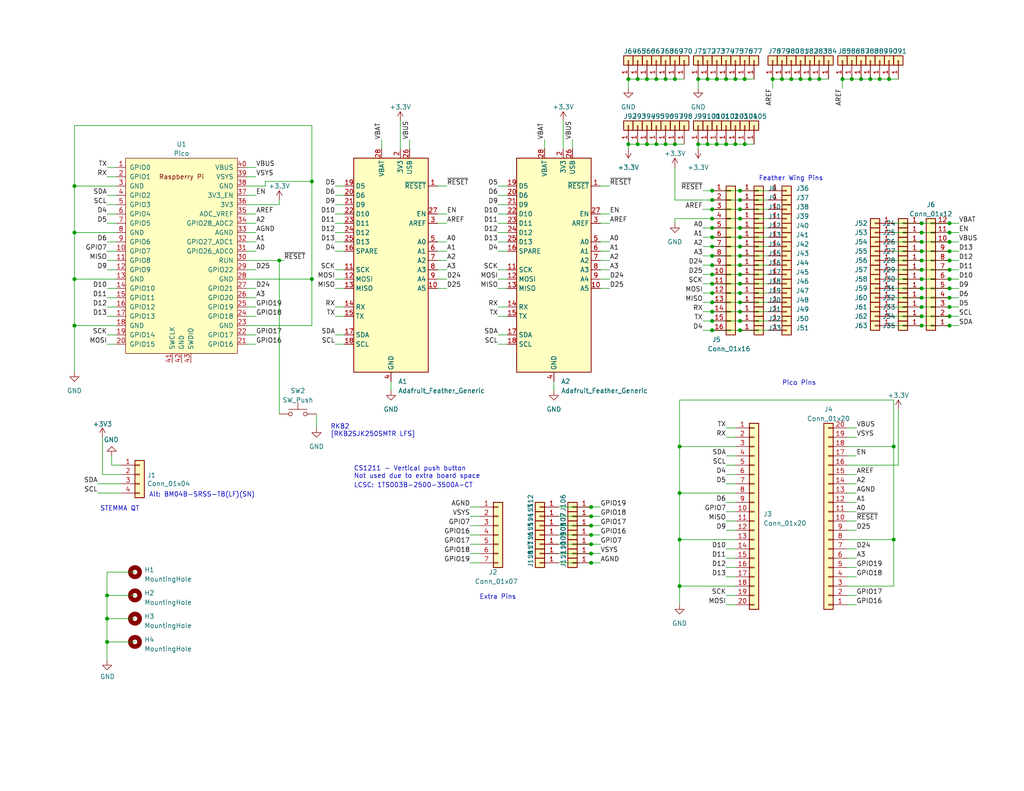
<source format=kicad_sch>
(kicad_sch (version 20230121) (generator eeschema)
  (paper "USLetter")
  (title_block (title "Raspberry Pi Pico Feather Wing Duo") (rev "1") (company "Department of Alchemy"))
  (junction (at 198.12 21.59))
  (junction (at 251.46 81.28))
  (junction (at 194.31 77.47))
  (junction (at 29.21 168.91))
  (junction (at 259.08 68.58))
  (junction (at 176.53 39.37))
  (junction (at 173.99 21.59))
  (junction (at 215.9 21.59))
  (junction (at 251.46 66.04))
  (junction (at 29.21 175.26))
  (junction (at 259.08 71.12))
  (junction (at 259.08 86.36))
  (junction (at 259.08 60.96))
  (junction (at 200.66 21.59))
  (junction (at 201.93 57.15))
  (junction (at 259.08 73.66))
  (junction (at 194.31 64.77))
  (junction (at 185.42 147.32))
  (junction (at 195.58 39.37))
  (junction (at 259.08 63.5))
  (junction (at 171.45 21.59))
  (junction (at 20.32 76.2))
  (junction (at 161.29 146.05))
  (junction (at 213.36 21.59))
  (junction (at 220.98 21.59))
  (junction (at 201.93 74.93))
  (junction (at 194.31 67.31))
  (junction (at 223.52 21.59))
  (junction (at 229.87 21.59))
  (junction (at 259.08 76.2))
  (junction (at 194.31 80.01))
  (junction (at 179.07 21.59))
  (junction (at 194.31 74.93))
  (junction (at 194.31 87.63))
  (junction (at 194.31 85.09))
  (junction (at 161.29 148.59))
  (junction (at 194.31 72.39))
  (junction (at 20.32 50.8))
  (junction (at 161.29 151.13))
  (junction (at 234.95 21.59))
  (junction (at 201.93 59.69))
  (junction (at 194.31 62.23))
  (junction (at 243.84 147.32))
  (junction (at 201.93 69.85))
  (junction (at 179.07 39.37))
  (junction (at 181.61 39.37))
  (junction (at 190.5 39.37))
  (junction (at 200.66 39.37))
  (junction (at 232.41 21.59))
  (junction (at 251.46 68.58))
  (junction (at 76.2 71.12))
  (junction (at 251.46 63.5))
  (junction (at 173.99 39.37))
  (junction (at 251.46 86.36))
  (junction (at 201.93 77.47))
  (junction (at 210.82 21.59))
  (junction (at 201.93 85.09))
  (junction (at 251.46 83.82))
  (junction (at 171.45 39.37))
  (junction (at 251.46 60.96))
  (junction (at 201.93 52.07))
  (junction (at 259.08 78.74))
  (junction (at 198.12 39.37))
  (junction (at 194.31 59.69))
  (junction (at 176.53 21.59))
  (junction (at 259.08 66.04))
  (junction (at 185.42 134.62))
  (junction (at 240.03 21.59))
  (junction (at 259.08 88.9))
  (junction (at 193.04 39.37))
  (junction (at 185.42 160.02))
  (junction (at 251.46 73.66))
  (junction (at 85.09 49.53))
  (junction (at 201.93 54.61))
  (junction (at 242.57 21.59))
  (junction (at 201.93 80.01))
  (junction (at 201.93 67.31))
  (junction (at 193.04 21.59))
  (junction (at 218.44 21.59))
  (junction (at 194.31 69.85))
  (junction (at 161.29 138.43))
  (junction (at 194.31 90.17))
  (junction (at 190.5 21.59))
  (junction (at 203.2 39.37))
  (junction (at 161.29 140.97))
  (junction (at 201.93 72.39))
  (junction (at 194.31 82.55))
  (junction (at 237.49 21.59))
  (junction (at 195.58 21.59))
  (junction (at 184.15 39.37))
  (junction (at 161.29 143.51))
  (junction (at 251.46 76.2))
  (junction (at 20.32 88.9))
  (junction (at 184.15 21.59))
  (junction (at 201.93 64.77))
  (junction (at 251.46 71.12))
  (junction (at 201.93 90.17))
  (junction (at 85.09 76.2))
  (junction (at 194.31 54.61))
  (junction (at 259.08 81.28))
  (junction (at 203.2 21.59))
  (junction (at 161.29 153.67))
  (junction (at 29.21 162.56))
  (junction (at 259.08 83.82))
  (junction (at 201.93 82.55))
  (junction (at 201.93 62.23))
  (junction (at 20.32 63.5))
  (junction (at 194.31 52.07))
  (junction (at 243.84 121.92))
  (junction (at 185.42 121.92))
  (junction (at 181.61 21.59))
  (junction (at 251.46 88.9))
  (junction (at 194.31 57.15))
  (junction (at 201.93 87.63))
  (junction (at 251.46 78.74))
  (wire (pts (xy 243.84 60.96) (xy 251.46 60.96)))
  (wire (pts (xy 135.89 83.82) (xy 138.43 83.82)))
  (wire (pts (xy 119.38 76.2) (xy 121.92 76.2)))
  (wire (pts (xy 91.44 73.66) (xy 93.98 73.66)))
  (wire (pts (xy 135.89 50.8) (xy 138.43 50.8)))
  (wire (pts (xy 153.67 33.02) (xy 153.67 40.64)))
  (wire (pts (xy 231.14 162.56) (xy 233.68 162.56)))
  (wire (pts (xy 210.82 21.59) (xy 210.82 24.13)))
  (wire (pts (xy 26.67 134.62) (xy 33.02 134.62)))
  (wire (pts (xy 20.32 63.5) (xy 20.32 76.2)))
  (wire (pts (xy 152.4 138.43) (xy 161.29 138.43)))
  (wire (pts (xy 91.44 83.82) (xy 93.98 83.82)))
  (wire (pts (xy 231.14 127) (xy 245.11 127)))
  (wire (pts (xy 201.93 85.09) (xy 209.55 85.09)))
  (wire (pts (xy 109.22 33.02) (xy 109.22 40.64)))
  (wire (pts (xy 91.44 78.74) (xy 93.98 78.74)))
  (wire (pts (xy 29.21 91.44) (xy 31.75 91.44)))
  (wire (pts (xy 191.77 90.17) (xy 194.31 90.17)))
  (wire (pts (xy 194.31 80.01) (xy 201.93 80.01)))
  (wire (pts (xy 231.14 149.86) (xy 233.68 149.86)))
  (wire (pts (xy 194.31 52.07) (xy 201.93 52.07)))
  (wire (pts (xy 163.83 60.96) (xy 166.37 60.96)))
  (wire (pts (xy 198.12 137.16) (xy 200.66 137.16)))
  (wire (pts (xy 201.93 80.01) (xy 209.55 80.01)))
  (wire (pts (xy 156.21 38.1) (xy 156.21 40.64)))
  (wire (pts (xy 259.08 78.74) (xy 261.62 78.74)))
  (wire (pts (xy 259.08 68.58) (xy 261.62 68.58)))
  (wire (pts (xy 231.14 144.78) (xy 233.68 144.78)))
  (wire (pts (xy 163.83 146.05) (xy 161.29 146.05)))
  (wire (pts (xy 163.83 71.12) (xy 166.37 71.12)))
  (wire (pts (xy 198.12 144.78) (xy 200.66 144.78)))
  (wire (pts (xy 198.12 132.08) (xy 200.66 132.08)))
  (wire (pts (xy 259.08 60.96) (xy 261.62 60.96)))
  (wire (pts (xy 29.21 93.98) (xy 31.75 93.98)))
  (wire (pts (xy 163.83 153.67) (xy 161.29 153.67)))
  (wire (pts (xy 163.83 140.97) (xy 161.29 140.97)))
  (wire (pts (xy 91.44 58.42) (xy 93.98 58.42)))
  (wire (pts (xy 231.14 154.94) (xy 233.68 154.94)))
  (wire (pts (xy 185.42 121.92) (xy 185.42 134.62)))
  (wire (pts (xy 231.14 142.24) (xy 233.68 142.24)))
  (wire (pts (xy 232.41 21.59) (xy 234.95 21.59)))
  (wire (pts (xy 91.44 50.8) (xy 93.98 50.8)))
  (wire (pts (xy 190.5 39.37) (xy 193.04 39.37)))
  (wire (pts (xy 29.21 48.26) (xy 31.75 48.26)))
  (wire (pts (xy 152.4 146.05) (xy 161.29 146.05)))
  (wire (pts (xy 259.08 86.36) (xy 261.62 86.36)))
  (wire (pts (xy 198.12 127) (xy 200.66 127)))
  (wire (pts (xy 20.32 34.29) (xy 20.32 50.8)))
  (wire (pts (xy 191.77 52.07) (xy 194.31 52.07)))
  (wire (pts (xy 190.5 39.37) (xy 190.5 40.64)))
  (wire (pts (xy 237.49 21.59) (xy 240.03 21.59)))
  (wire (pts (xy 243.84 78.74) (xy 251.46 78.74)))
  (wire (pts (xy 245.11 127) (xy 245.11 111.76)))
  (wire (pts (xy 259.08 88.9) (xy 261.62 88.9)))
  (wire (pts (xy 29.21 45.72) (xy 31.75 45.72)))
  (wire (pts (xy 201.93 52.07) (xy 209.55 52.07)))
  (wire (pts (xy 194.31 59.69) (xy 184.15 59.69)))
  (wire (pts (xy 231.14 124.46) (xy 233.68 124.46)))
  (wire (pts (xy 29.21 162.56) (xy 29.21 168.91)))
  (wire (pts (xy 179.07 21.59) (xy 181.61 21.59)))
  (wire (pts (xy 243.84 86.36) (xy 251.46 86.36)))
  (wire (pts (xy 171.45 21.59) (xy 171.45 24.13)))
  (wire (pts (xy 198.12 116.84) (xy 200.66 116.84)))
  (wire (pts (xy 194.31 72.39) (xy 201.93 72.39)))
  (wire (pts (xy 171.45 21.59) (xy 173.99 21.59)))
  (wire (pts (xy 198.12 39.37) (xy 200.66 39.37)))
  (wire (pts (xy 198.12 139.7) (xy 200.66 139.7)))
  (wire (pts (xy 67.31 71.12) (xy 76.2 71.12)))
  (wire (pts (xy 163.83 148.59) (xy 161.29 148.59)))
  (wire (pts (xy 20.32 88.9) (xy 20.32 101.6)))
  (wire (pts (xy 91.44 93.98) (xy 93.98 93.98)))
  (wire (pts (xy 191.77 69.85) (xy 194.31 69.85)))
  (wire (pts (xy 195.58 21.59) (xy 198.12 21.59)))
  (wire (pts (xy 67.31 63.5) (xy 69.85 63.5)))
  (wire (pts (xy 243.84 68.58) (xy 251.46 68.58)))
  (wire (pts (xy 198.12 149.86) (xy 200.66 149.86)))
  (wire (pts (xy 163.83 58.42) (xy 166.37 58.42)))
  (wire (pts (xy 29.21 78.74) (xy 31.75 78.74)))
  (wire (pts (xy 152.4 140.97) (xy 161.29 140.97)))
  (wire (pts (xy 29.21 162.56) (xy 36.83 162.56)))
  (wire (pts (xy 201.93 87.63) (xy 209.55 87.63)))
  (wire (pts (xy 111.76 38.1) (xy 111.76 40.64)))
  (wire (pts (xy 135.89 93.98) (xy 138.43 93.98)))
  (wire (pts (xy 198.12 21.59) (xy 200.66 21.59)))
  (wire (pts (xy 181.61 39.37) (xy 184.15 39.37)))
  (wire (pts (xy 91.44 53.34) (xy 93.98 53.34)))
  (wire (pts (xy 163.83 68.58) (xy 166.37 68.58)))
  (wire (pts (xy 151.13 104.14) (xy 151.13 106.68)))
  (wire (pts (xy 201.93 57.15) (xy 209.55 57.15)))
  (wire (pts (xy 210.82 21.59) (xy 213.36 21.59)))
  (wire (pts (xy 152.4 148.59) (xy 161.29 148.59)))
  (wire (pts (xy 128.27 143.51) (xy 130.81 143.51)))
  (wire (pts (xy 194.31 67.31) (xy 201.93 67.31)))
  (wire (pts (xy 198.12 124.46) (xy 200.66 124.46)))
  (wire (pts (xy 198.12 154.94) (xy 200.66 154.94)))
  (wire (pts (xy 191.77 80.01) (xy 194.31 80.01)))
  (wire (pts (xy 128.27 153.67) (xy 130.81 153.67)))
  (wire (pts (xy 148.59 38.1) (xy 148.59 40.64)))
  (wire (pts (xy 215.9 21.59) (xy 218.44 21.59)))
  (wire (pts (xy 191.77 82.55) (xy 194.31 82.55)))
  (wire (pts (xy 198.12 119.38) (xy 200.66 119.38)))
  (wire (pts (xy 128.27 146.05) (xy 130.81 146.05)))
  (wire (pts (xy 194.31 59.69) (xy 201.93 59.69)))
  (wire (pts (xy 67.31 60.96) (xy 69.85 60.96)))
  (wire (pts (xy 194.31 82.55) (xy 201.93 82.55)))
  (wire (pts (xy 243.84 81.28) (xy 251.46 81.28)))
  (wire (pts (xy 201.93 74.93) (xy 209.55 74.93)))
  (wire (pts (xy 191.77 64.77) (xy 194.31 64.77)))
  (wire (pts (xy 231.14 132.08) (xy 233.68 132.08)))
  (wire (pts (xy 201.93 67.31) (xy 209.55 67.31)))
  (wire (pts (xy 67.31 66.04) (xy 69.85 66.04)))
  (wire (pts (xy 29.21 86.36) (xy 31.75 86.36)))
  (wire (pts (xy 191.77 67.31) (xy 194.31 67.31)))
  (wire (pts (xy 259.08 73.66) (xy 261.62 73.66)))
  (wire (pts (xy 29.21 66.04) (xy 31.75 66.04)))
  (wire (pts (xy 240.03 21.59) (xy 242.57 21.59)))
  (wire (pts (xy 185.42 134.62) (xy 185.42 147.32)))
  (wire (pts (xy 259.08 83.82) (xy 261.62 83.82)))
  (wire (pts (xy 29.21 71.12) (xy 31.75 71.12)))
  (wire (pts (xy 194.31 57.15) (xy 201.93 57.15)))
  (wire (pts (xy 29.21 53.34) (xy 31.75 53.34)))
  (wire (pts (xy 171.45 39.37) (xy 171.45 40.64)))
  (wire (pts (xy 231.14 116.84) (xy 233.68 116.84)))
  (wire (pts (xy 91.44 68.58) (xy 93.98 68.58)))
  (wire (pts (xy 251.46 66.04) (xy 259.08 66.04)))
  (wire (pts (xy 181.61 21.59) (xy 184.15 21.59)))
  (wire (pts (xy 198.12 157.48) (xy 200.66 157.48)))
  (wire (pts (xy 119.38 78.74) (xy 121.92 78.74)))
  (wire (pts (xy 243.84 73.66) (xy 251.46 73.66)))
  (wire (pts (xy 251.46 73.66) (xy 259.08 73.66)))
  (wire (pts (xy 243.84 71.12) (xy 251.46 71.12)))
  (wire (pts (xy 203.2 21.59) (xy 205.74 21.59)))
  (wire (pts (xy 106.68 104.14) (xy 106.68 106.68)))
  (wire (pts (xy 36.83 156.21) (xy 29.21 156.21)))
  (wire (pts (xy 201.93 72.39) (xy 209.55 72.39)))
  (wire (pts (xy 20.32 76.2) (xy 20.32 88.9)))
  (wire (pts (xy 231.14 157.48) (xy 233.68 157.48)))
  (wire (pts (xy 201.93 82.55) (xy 209.55 82.55)))
  (wire (pts (xy 135.89 78.74) (xy 138.43 78.74)))
  (wire (pts (xy 190.5 21.59) (xy 193.04 21.59)))
  (wire (pts (xy 27.94 119.38) (xy 27.94 129.54)))
  (wire (pts (xy 259.08 63.5) (xy 261.62 63.5)))
  (wire (pts (xy 194.31 54.61) (xy 201.93 54.61)))
  (wire (pts (xy 67.31 50.8) (xy 72.39 50.8)))
  (wire (pts (xy 194.31 85.09) (xy 201.93 85.09)))
  (wire (pts (xy 67.31 73.66) (xy 69.85 73.66)))
  (wire (pts (xy 251.46 86.36) (xy 259.08 86.36)))
  (wire (pts (xy 185.42 121.92) (xy 200.66 121.92)))
  (wire (pts (xy 29.21 175.26) (xy 29.21 180.34)))
  (wire (pts (xy 91.44 76.2) (xy 93.98 76.2)))
  (wire (pts (xy 67.31 86.36) (xy 69.85 86.36)))
  (wire (pts (xy 185.42 147.32) (xy 200.66 147.32)))
  (wire (pts (xy 185.42 147.32) (xy 185.42 160.02)))
  (wire (pts (xy 234.95 21.59) (xy 237.49 21.59)))
  (wire (pts (xy 152.4 153.67) (xy 161.29 153.67)))
  (wire (pts (xy 242.57 21.59) (xy 245.11 21.59)))
  (wire (pts (xy 191.77 72.39) (xy 194.31 72.39)))
  (wire (pts (xy 231.14 134.62) (xy 233.68 134.62)))
  (wire (pts (xy 231.14 119.38) (xy 233.68 119.38)))
  (wire (pts (xy 251.46 88.9) (xy 259.08 88.9)))
  (wire (pts (xy 201.93 59.69) (xy 209.55 59.69)))
  (wire (pts (xy 135.89 68.58) (xy 138.43 68.58)))
  (wire (pts (xy 185.42 134.62) (xy 200.66 134.62)))
  (wire (pts (xy 251.46 71.12) (xy 259.08 71.12)))
  (wire (pts (xy 218.44 21.59) (xy 220.98 21.59)))
  (wire (pts (xy 259.08 81.28) (xy 261.62 81.28)))
  (wire (pts (xy 91.44 55.88) (xy 93.98 55.88)))
  (wire (pts (xy 231.14 147.32) (xy 243.84 147.32)))
  (wire (pts (xy 191.77 57.15) (xy 194.31 57.15)))
  (wire (pts (xy 76.2 71.12) (xy 76.2 113.03)))
  (wire (pts (xy 194.31 74.93) (xy 201.93 74.93)))
  (wire (pts (xy 251.46 76.2) (xy 259.08 76.2)))
  (wire (pts (xy 231.14 152.4) (xy 233.68 152.4)))
  (wire (pts (xy 29.21 68.58) (xy 31.75 68.58)))
  (wire (pts (xy 29.21 55.88) (xy 31.75 55.88)))
  (wire (pts (xy 119.38 66.04) (xy 121.92 66.04)))
  (wire (pts (xy 163.83 143.51) (xy 161.29 143.51)))
  (wire (pts (xy 185.42 160.02) (xy 185.42 165.1)))
  (wire (pts (xy 29.21 168.91) (xy 36.83 168.91)))
  (wire (pts (xy 201.93 64.77) (xy 209.55 64.77)))
  (wire (pts (xy 163.83 76.2) (xy 166.37 76.2)))
  (wire (pts (xy 29.21 60.96) (xy 31.75 60.96)))
  (wire (pts (xy 31.75 88.9) (xy 20.32 88.9)))
  (wire (pts (xy 29.21 168.91) (xy 29.21 175.26)))
  (wire (pts (xy 85.09 49.53) (xy 85.09 34.29)))
  (wire (pts (xy 200.66 39.37) (xy 203.2 39.37)))
  (wire (pts (xy 243.84 147.32) (xy 243.84 121.92)))
  (wire (pts (xy 173.99 39.37) (xy 176.53 39.37)))
  (wire (pts (xy 251.46 83.82) (xy 259.08 83.82)))
  (wire (pts (xy 135.89 76.2) (xy 138.43 76.2)))
  (wire (pts (xy 243.84 109.22) (xy 185.42 109.22)))
  (wire (pts (xy 119.38 68.58) (xy 121.92 68.58)))
  (wire (pts (xy 201.93 54.61) (xy 209.55 54.61)))
  (wire (pts (xy 119.38 60.96) (xy 121.92 60.96)))
  (wire (pts (xy 91.44 60.96) (xy 93.98 60.96)))
  (wire (pts (xy 220.98 21.59) (xy 223.52 21.59)))
  (wire (pts (xy 190.5 21.59) (xy 190.5 24.13)))
  (wire (pts (xy 29.21 58.42) (xy 31.75 58.42)))
  (wire (pts (xy 67.31 91.44) (xy 69.85 91.44)))
  (wire (pts (xy 128.27 140.97) (xy 130.81 140.97)))
  (wire (pts (xy 213.36 21.59) (xy 215.9 21.59)))
  (wire (pts (xy 135.89 58.42) (xy 138.43 58.42)))
  (wire (pts (xy 104.14 38.1) (xy 104.14 40.64)))
  (wire (pts (xy 179.07 39.37) (xy 181.61 39.37)))
  (wire (pts (xy 194.31 64.77) (xy 201.93 64.77)))
  (wire (pts (xy 85.09 88.9) (xy 85.09 76.2)))
  (wire (pts (xy 201.93 69.85) (xy 209.55 69.85)))
  (wire (pts (xy 31.75 76.2) (xy 20.32 76.2)))
  (wire (pts (xy 173.99 21.59) (xy 176.53 21.59)))
  (wire (pts (xy 67.31 53.34) (xy 69.85 53.34)))
  (wire (pts (xy 67.31 93.98) (xy 69.85 93.98)))
  (wire (pts (xy 152.4 151.13) (xy 161.29 151.13)))
  (wire (pts (xy 191.77 87.63) (xy 194.31 87.63)))
  (wire (pts (xy 198.12 142.24) (xy 200.66 142.24)))
  (wire (pts (xy 128.27 138.43) (xy 130.81 138.43)))
  (wire (pts (xy 135.89 86.36) (xy 138.43 86.36)))
  (wire (pts (xy 243.84 63.5) (xy 251.46 63.5)))
  (wire (pts (xy 67.31 45.72) (xy 69.85 45.72)))
  (wire (pts (xy 91.44 91.44) (xy 93.98 91.44)))
  (wire (pts (xy 191.77 77.47) (xy 194.31 77.47)))
  (wire (pts (xy 251.46 63.5) (xy 259.08 63.5)))
  (wire (pts (xy 191.77 62.23) (xy 194.31 62.23)))
  (wire (pts (xy 72.39 50.8) (xy 72.39 49.53)))
  (wire (pts (xy 76.2 71.12) (xy 77.47 71.12)))
  (wire (pts (xy 194.31 54.61) (xy 184.15 54.61)))
  (wire (pts (xy 20.32 50.8) (xy 20.32 63.5)))
  (wire (pts (xy 229.87 21.59) (xy 232.41 21.59)))
  (wire (pts (xy 67.31 58.42) (xy 69.85 58.42)))
  (wire (pts (xy 193.04 39.37) (xy 195.58 39.37)))
  (wire (pts (xy 135.89 55.88) (xy 138.43 55.88)))
  (wire (pts (xy 85.09 76.2) (xy 85.09 49.53)))
  (wire (pts (xy 184.15 21.59) (xy 186.69 21.59)))
  (wire (pts (xy 29.21 81.28) (xy 31.75 81.28)))
  (wire (pts (xy 67.31 76.2) (xy 85.09 76.2)))
  (wire (pts (xy 194.31 87.63) (xy 201.93 87.63)))
  (wire (pts (xy 194.31 69.85) (xy 201.93 69.85)))
  (wire (pts (xy 243.84 121.92) (xy 243.84 109.22)))
  (wire (pts (xy 223.52 21.59) (xy 226.06 21.59)))
  (wire (pts (xy 31.75 50.8) (xy 20.32 50.8)))
  (wire (pts (xy 27.94 129.54) (xy 33.02 129.54)))
  (wire (pts (xy 194.31 62.23) (xy 201.93 62.23)))
  (wire (pts (xy 200.66 21.59) (xy 203.2 21.59)))
  (wire (pts (xy 259.08 71.12) (xy 261.62 71.12)))
  (wire (pts (xy 231.14 129.54) (xy 233.68 129.54)))
  (wire (pts (xy 251.46 68.58) (xy 259.08 68.58)))
  (wire (pts (xy 135.89 63.5) (xy 138.43 63.5)))
  (wire (pts (xy 231.14 121.92) (xy 243.84 121.92)))
  (wire (pts (xy 91.44 66.04) (xy 93.98 66.04)))
  (wire (pts (xy 85.09 34.29) (xy 20.32 34.29)))
  (wire (pts (xy 251.46 78.74) (xy 259.08 78.74)))
  (wire (pts (xy 201.93 77.47) (xy 209.55 77.47)))
  (wire (pts (xy 67.31 83.82) (xy 69.85 83.82)))
  (wire (pts (xy 128.27 151.13) (xy 130.81 151.13)))
  (wire (pts (xy 243.84 76.2) (xy 251.46 76.2)))
  (wire (pts (xy 198.12 129.54) (xy 200.66 129.54)))
  (wire (pts (xy 231.14 137.16) (xy 233.68 137.16)))
  (wire (pts (xy 191.77 74.93) (xy 194.31 74.93)))
  (wire (pts (xy 119.38 50.8) (xy 121.92 50.8)))
  (wire (pts (xy 135.89 60.96) (xy 138.43 60.96)))
  (wire (pts (xy 29.21 83.82) (xy 31.75 83.82)))
  (wire (pts (xy 231.14 139.7) (xy 233.68 139.7)))
  (wire (pts (xy 152.4 143.51) (xy 161.29 143.51)))
  (wire (pts (xy 163.83 66.04) (xy 166.37 66.04)))
  (wire (pts (xy 29.21 156.21) (xy 29.21 162.56)))
  (wire (pts (xy 229.87 21.59) (xy 229.87 24.13)))
  (wire (pts (xy 163.83 50.8) (xy 166.37 50.8)))
  (wire (pts (xy 67.31 78.74) (xy 69.85 78.74)))
  (wire (pts (xy 259.08 66.04) (xy 261.62 66.04)))
  (wire (pts (xy 67.31 88.9) (xy 85.09 88.9)))
  (wire (pts (xy 251.46 81.28) (xy 259.08 81.28)))
  (wire (pts (xy 135.89 91.44) (xy 138.43 91.44)))
  (wire (pts (xy 67.31 68.58) (xy 69.85 68.58)))
  (wire (pts (xy 30.48 127) (xy 30.48 124.46)))
  (wire (pts (xy 243.84 83.82) (xy 251.46 83.82)))
  (wire (pts (xy 231.14 165.1) (xy 233.68 165.1)))
  (wire (pts (xy 243.84 160.02) (xy 243.84 147.32)))
  (wire (pts (xy 243.84 88.9) (xy 251.46 88.9)))
  (wire (pts (xy 194.31 77.47) (xy 201.93 77.47)))
  (wire (pts (xy 128.27 148.59) (xy 130.81 148.59)))
  (wire (pts (xy 135.89 53.34) (xy 138.43 53.34)))
  (wire (pts (xy 193.04 21.59) (xy 195.58 21.59)))
  (wire (pts (xy 201.93 62.23) (xy 209.55 62.23)))
  (wire (pts (xy 76.2 55.88) (xy 67.31 55.88)))
  (wire (pts (xy 184.15 54.61) (xy 184.15 45.72)))
  (wire (pts (xy 67.31 48.26) (xy 69.85 48.26)))
  (wire (pts (xy 243.84 66.04) (xy 251.46 66.04)))
  (wire (pts (xy 195.58 39.37) (xy 198.12 39.37)))
  (wire (pts (xy 203.2 39.37) (xy 205.74 39.37)))
  (wire (pts (xy 119.38 58.42) (xy 121.92 58.42)))
  (wire (pts (xy 163.83 78.74) (xy 166.37 78.74)))
  (wire (pts (xy 231.14 160.02) (xy 243.84 160.02)))
  (wire (pts (xy 76.2 54.61) (xy 76.2 55.88)))
  (wire (pts (xy 184.15 39.37) (xy 186.69 39.37)))
  (wire (pts (xy 91.44 63.5) (xy 93.98 63.5)))
  (wire (pts (xy 72.39 49.53) (xy 85.09 49.53)))
  (wire (pts (xy 176.53 21.59) (xy 179.07 21.59)))
  (wire (pts (xy 198.12 165.1) (xy 200.66 165.1)))
  (wire (pts (xy 171.45 39.37) (xy 173.99 39.37)))
  (wire (pts (xy 185.42 109.22) (xy 185.42 121.92)))
  (wire (pts (xy 198.12 152.4) (xy 200.66 152.4)))
  (wire (pts (xy 119.38 71.12) (xy 121.92 71.12)))
  (wire (pts (xy 26.67 132.08) (xy 33.02 132.08)))
  (wire (pts (xy 86.36 113.03) (xy 86.36 116.84)))
  (wire (pts (xy 163.83 138.43) (xy 161.29 138.43)))
  (wire (pts (xy 135.89 66.04) (xy 138.43 66.04)))
  (wire (pts (xy 29.21 73.66) (xy 31.75 73.66)))
  (wire (pts (xy 91.44 86.36) (xy 93.98 86.36)))
  (wire (pts (xy 191.77 85.09) (xy 194.31 85.09)))
  (wire (pts (xy 251.46 60.96) (xy 259.08 60.96)))
  (wire (pts (xy 163.83 73.66) (xy 166.37 73.66)))
  (wire (pts (xy 135.89 73.66) (xy 138.43 73.66)))
  (wire (pts (xy 201.93 90.17) (xy 209.55 90.17)))
  (wire (pts (xy 33.02 127) (xy 30.48 127)))
  (wire (pts (xy 176.53 39.37) (xy 179.07 39.37)))
  (wire (pts (xy 29.21 175.26) (xy 36.83 175.26)))
  (wire (pts (xy 185.42 160.02) (xy 200.66 160.02)))
  (wire (pts (xy 119.38 73.66) (xy 121.92 73.66)))
  (wire (pts (xy 31.75 63.5) (xy 20.32 63.5)))
  (wire (pts (xy 184.15 59.69) (xy 184.15 60.96)))
  (wire (pts (xy 259.08 76.2) (xy 261.62 76.2)))
  (wire (pts (xy 67.31 81.28) (xy 69.85 81.28)))
  (wire (pts (xy 198.12 162.56) (xy 200.66 162.56)))
  (wire (pts (xy 194.31 90.17) (xy 201.93 90.17)))
  (wire (pts (xy 163.83 151.13) (xy 161.29 151.13)))
  (text "Extra Pins" (at 130.81 163.83 0) (effects (font (size 1.27 1.27)) (justify left bottom)))
  (text "RKB2\n[RKB2SJK250SMTR LFS]" (at 90.17 119.38 0) (effects (font (size 1.27 1.27)) (justify left bottom)))
  (text "Pico Pins" (at 213.36 105.41 0) (effects (font (size 1.27 1.27)) (justify left bottom)))
  (text "LCSC: 1TS003B-2500-3500A-CT" (at 96.52 133.35 0) (effects (font (size 1.27 1.27)) (justify left bottom)))
  (text "Alt: BM04B-SRSS-TB(LF)(SN)" (at 40.64 135.89 0) (effects (font (size 1.27 1.27)) (justify left bottom)))
  (text "STEMMA QT" (at 38.1 139.7 0) (effects (font (size 1.27 1.27)) (justify right bottom)))
  (text "CS1211 - Vertical push button\nNot used due to extra board space" (at 96.52 130.81 0) (effects (font (size 1.27 1.27)) (justify left bottom)))
  (text "Feather Wing Pins" (at 207.01 49.53 0) (effects (font (size 1.27 1.27)) (justify left bottom)))
  (label "D5" (at 135.89 50.8 180))
  (label "D25" (at 191.77 74.93 180))
  (label "SCK" (at 198.12 162.56 180))
  (label "~{RESET}" (at 233.68 142.24 0))
  (label "AREF" (at 233.68 129.54 0))
  (label "AGND" (at 128.27 138.43 180))
  (label "D11" (at 261.62 73.66 0))
  (label "D11" (at 135.89 60.96 180))
  (label "MISO" (at 91.44 78.74 180))
  (label "D9" (at 135.89 55.88 180))
  (label "SCK" (at 135.89 73.66 180))
  (label "SDA" (at 29.21 53.34 180))
  (label "VBAT" (at 261.62 60.96 0))
  (label "VSYS" (at 69.85 48.26 0))
  (label "RX" (at 191.77 85.09 180))
  (label "TX" (at 29.21 45.72 180))
  (label "A3" (at 191.77 69.85 180))
  (label "GPIO16" (at 233.68 165.1 0))
  (label "SDA" (at 91.44 91.44 180))
  (label "A2" (at 191.77 67.31 180))
  (label "GPIO18" (at 163.83 140.97 0))
  (label "SCK" (at 91.44 73.66 180))
  (label "GPIO19" (at 163.83 138.43 0))
  (label "~{RESET}" (at 191.77 52.07 180))
  (label "D24" (at 121.92 76.2 0))
  (label "VBUS" (at 261.62 66.04 0))
  (label "SCL" (at 26.67 134.62 180))
  (label "SCL" (at 135.89 93.98 180))
  (label "D5" (at 261.62 83.82 0))
  (label "GPIO7" (at 128.27 143.51 180))
  (label "GPIO17" (at 233.68 162.56 0))
  (label "SDA" (at 26.67 132.08 180))
  (label "MOSI" (at 198.12 165.1 180))
  (label "GPIO7" (at 198.12 139.7 180))
  (label "A2" (at 166.37 71.12 0))
  (label "EN" (at 233.68 124.46 0))
  (label "AREF" (at 229.87 24.13 270))
  (label "A0" (at 191.77 62.23 180))
  (label "MISO" (at 135.89 78.74 180))
  (label "SCL" (at 29.21 55.88 180))
  (label "D10" (at 29.21 78.74 180))
  (label "D24" (at 69.85 78.74 0))
  (label "~{RESET}" (at 121.92 50.8 0))
  (label "MISO" (at 191.77 82.55 180))
  (label "TX" (at 135.89 86.36 180))
  (label "D6" (at 198.12 137.16 180))
  (label "VBUS" (at 69.85 45.72 0))
  (label "D24" (at 233.68 149.86 0))
  (label "GPIO17" (at 128.27 148.59 180))
  (label "D6" (at 29.21 66.04 180))
  (label "VBAT" (at 104.14 38.1 90))
  (label "AREF" (at 69.85 58.42 0))
  (label "SDA" (at 135.89 91.44 180))
  (label "MOSI" (at 29.21 93.98 180))
  (label "EN" (at 166.37 58.42 0))
  (label "GPIO18" (at 69.85 86.36 0))
  (label "VBAT" (at 148.59 38.1 90))
  (label "D13" (at 198.12 157.48 180))
  (label "A0" (at 69.85 68.58 0))
  (label "D10" (at 135.89 58.42 180))
  (label "D5" (at 198.12 132.08 180))
  (label "GPIO17" (at 69.85 91.44 0))
  (label "D4" (at 198.12 129.54 180))
  (label "A1" (at 69.85 66.04 0))
  (label "D13" (at 29.21 86.36 180))
  (label "MOSI" (at 191.77 80.01 180))
  (label "AGND" (at 163.83 153.67 0))
  (label "SDA" (at 198.12 124.46 180))
  (label "A3" (at 69.85 81.28 0))
  (label "D6" (at 261.62 81.28 0))
  (label "D6" (at 91.44 53.34 180))
  (label "D12" (at 198.12 154.94 180))
  (label "A3" (at 233.68 152.4 0))
  (label "GPIO16" (at 163.83 146.05 0))
  (label "SCL" (at 261.62 86.36 0))
  (label "EN" (at 69.85 53.34 0))
  (label "GPIO16" (at 128.27 146.05 180))
  (label "SCK" (at 29.21 91.44 180))
  (label "A1" (at 166.37 68.58 0))
  (label "SDA" (at 261.62 88.9 0))
  (label "D25" (at 233.68 144.78 0))
  (label "TX" (at 91.44 86.36 180))
  (label "AREF" (at 166.37 60.96 0))
  (label "A0" (at 233.68 139.7 0))
  (label "D9" (at 198.12 144.78 180))
  (label "AGND" (at 233.68 134.62 0))
  (label "AREF" (at 191.77 57.15 180))
  (label "MISO" (at 29.21 71.12 180))
  (label "EN" (at 261.62 63.5 0))
  (label "A1" (at 121.92 68.58 0))
  (label "D12" (at 91.44 63.5 180))
  (label "D9" (at 29.21 73.66 180))
  (label "~{RESET}" (at 166.37 50.8 0))
  (label "D24" (at 166.37 76.2 0))
  (label "D6" (at 135.89 53.34 180))
  (label "GPIO7" (at 29.21 68.58 180))
  (label "D4" (at 29.21 58.42 180))
  (label "D25" (at 69.85 73.66 0))
  (label "VBUS" (at 233.68 116.84 0))
  (label "VBUS" (at 156.21 38.1 90))
  (label "A3" (at 121.92 73.66 0))
  (label "GPIO18" (at 128.27 151.13 180))
  (label "SCL" (at 91.44 93.98 180))
  (label "D4" (at 91.44 68.58 180))
  (label "MISO" (at 198.12 142.24 180))
  (label "D4" (at 135.89 68.58 180))
  (label "MOSI" (at 91.44 76.2 180))
  (label "GPIO7" (at 163.83 148.59 0))
  (label "EN" (at 121.92 58.42 0))
  (label "RX" (at 91.44 83.82 180))
  (label "VSYS" (at 233.68 119.38 0))
  (label "D5" (at 91.44 50.8 180))
  (label "D11" (at 29.21 81.28 180))
  (label "TX" (at 198.12 116.84 180))
  (label "GPIO19" (at 128.27 153.67 180))
  (label "AREF" (at 121.92 60.96 0))
  (label "D12" (at 135.89 63.5 180))
  (label "D13" (at 91.44 66.04 180))
  (label "A2" (at 233.68 132.08 0))
  (label "D10" (at 198.12 149.86 180))
  (label "D12" (at 261.62 71.12 0))
  (label "D11" (at 91.44 60.96 180))
  (label "D13" (at 261.62 68.58 0))
  (label "GPIO19" (at 233.68 154.94 0))
  (label "~{RESET}" (at 77.47 71.12 0))
  (label "RX" (at 198.12 119.38 180))
  (label "D12" (at 29.21 83.82 180))
  (label "A3" (at 166.37 73.66 0))
  (label "D10" (at 91.44 58.42 180))
  (label "D4" (at 191.77 90.17 180))
  (label "VSYS" (at 163.83 151.13 0))
  (label "VSYS" (at 128.27 140.97 180))
  (label "AREF" (at 210.82 24.13 270))
  (label "SCK" (at 191.77 77.47 180))
  (label "GPIO17" (at 163.83 143.51 0))
  (label "MOSI" (at 135.89 76.2 180))
  (label "A1" (at 233.68 137.16 0))
  (label "D24" (at 191.77 72.39 180))
  (label "RX" (at 135.89 83.82 180))
  (label "RX" (at 29.21 48.26 180))
  (label "AGND" (at 69.85 63.5 0))
  (label "D10" (at 261.62 76.2 0))
  (label "GPIO16" (at 69.85 93.98 0))
  (label "D13" (at 135.89 66.04 180))
  (label "A1" (at 191.77 64.77 180))
  (label "D9" (at 91.44 55.88 180))
  (label "D5" (at 29.21 60.96 180))
  (label "GPIO18" (at 233.68 157.48 0))
  (label "D25" (at 121.92 78.74 0))
  (label "GPIO19" (at 69.85 83.82 0))
  (label "D11" (at 198.12 152.4 180))
  (label "VBUS" (at 111.76 38.1 90))
  (label "A2" (at 69.85 60.96 0))
  (label "A0" (at 121.92 66.04 0))
  (label "D25" (at 166.37 78.74 0))
  (label "TX" (at 191.77 87.63 180))
  (label "A0" (at 166.37 66.04 0))
  (label "D9" (at 261.62 78.74 0))
  (label "A2" (at 121.92 71.12 0))
  (label "SCL" (at 198.12 127 180))
  (symbol (lib_id "Connector_Generic:Conn_01x01") (at 147.32 143.51 180) (unit 1)
    (property "Reference" "J114" (at 144.78 144.78 90) (effects (justify right)))
    (property "Value" "Conn_01x01" (effects hide))
    (property "Footprint" "Department of Alchemy:Grid Hole" (effects hide))
  )
  (symbol (lib_id "Connector_Generic:Conn_01x01") (at 173.99 16.51 90) (unit 1)
    (property "Reference" "J65" (at 172.72 13.97 90) (effects (justify right)))
    (property "Value" "Conn_01x01" (effects hide))
    (property "Footprint" "Department of Alchemy:Grid Hole" (effects hide))
  )
  (symbol (lib_id "Connector_Generic:Conn_01x01") (at 214.63 69.85 0) (unit 1)
    (property "Reference" "J43" (at 217.17 69.215 0) (effects (justify left)))
    (property "Value" "Conn_01x01" (effects hide))
    (property "Footprint" "Department of Alchemy:Grid Hole" (effects hide))
  )
  (symbol (lib_id "Connector_Generic:Conn_01x01") (at 214.63 85.09 0) (unit 1)
    (property "Reference" "J49" (at 217.17 84.455 0) (effects (justify left)))
    (property "Value" "Conn_01x01" (effects hide))
    (property "Footprint" "Department of Alchemy:Grid Hole" (effects hide))
  )
  (symbol (lib_id "Connector_Generic:Conn_01x01") (at 181.61 16.51 90) (unit 1)
    (property "Reference" "J68" (at 180.34 13.97 90) (effects (justify right)))
    (property "Value" "Conn_01x01" (effects hide))
    (property "Footprint" "Department of Alchemy:Grid Hole" (effects hide))
  )
  (symbol (lib_id "Connector_Generic:Conn_01x01") (at 238.76 68.58 180) (unit 1)
    (property "Reference" "J55" (at 234.95 68.58 0))
    (property "Value" "Conn_01x01" (effects hide))
    (property "Footprint" "Department of Alchemy:Grid Hole" (effects hide))
  )
  (symbol (lib_id "Connector_Generic:Conn_01x01") (at 200.66 16.51 90) (unit 1)
    (property "Reference" "J75" (at 199.39 13.97 90) (effects (justify right)))
    (property "Value" "Conn_01x01" (effects hide))
    (property "Footprint" "Department of Alchemy:Grid Hole" (effects hide))
  )
  (symbol (lib_id "Mechanical:MountingHole") (at 36.83 175.26 0) (unit 1)
    (property "Reference" "H4" (at 39.37 174.625 0) (effects (justify left)))
    (property "Value" "MountingHole" (at 39.37 177.165 0) (effects (justify left)))
    (property "Footprint" "MountingHole:MountingHole_2.2mm_M2_ISO14580" (effects hide))
  )
  (symbol (lib_id "Connector_Generic:Conn_01x01") (at 207.01 59.69 0) (unit 1)
    (property "Reference" "J11" (at 209.55 59.055 0) (effects (justify left)))
    (property "Value" "Conn_01x01" (effects hide))
    (property "Footprint" "Department of Alchemy:Grid Hole" (effects hide))
  )
  (symbol (lib_id "Connector_Generic:Conn_01x01") (at 238.76 88.9 180) (unit 1)
    (property "Reference" "J63" (at 234.95 88.9 0))
    (property "Value" "Conn_01x01" (effects hide))
    (property "Footprint" "Department of Alchemy:Grid Hole" (effects hide))
  )
  (symbol (lib_id "Connector_Generic:Conn_01x01") (at 240.03 16.51 90) (unit 1)
    (property "Reference" "J89" (at 238.76 13.97 90) (effects (justify right)))
    (property "Value" "Conn_01x01" (effects hide))
    (property "Footprint" "Department of Alchemy:Grid Hole" (effects hide))
  )
  (symbol (lib_id "Connector_Generic:Conn_01x01") (at 207.01 82.55 0) (unit 1)
    (property "Reference" "J20" (at 209.55 81.915 0) (effects (justify left)))
    (property "Value" "Conn_01x01" (effects hide))
    (property "Footprint" "Department of Alchemy:Grid Hole" (effects hide))
  )
  (symbol (lib_id "Connector_Generic:Conn_01x01") (at 147.32 138.43 180) (unit 1)
    (property "Reference" "J112" (at 144.78 139.7 90) (effects (justify right)))
    (property "Value" "Conn_01x01" (effects hide))
    (property "Footprint" "Department of Alchemy:Grid Hole" (effects hide))
  )
  (symbol (lib_id "Connector_Generic:Conn_01x01") (at 237.49 16.51 90) (unit 1)
    (property "Reference" "J88" (at 236.22 13.97 90) (effects (justify right)))
    (property "Value" "Conn_01x01" (effects hide))
    (property "Footprint" "Department of Alchemy:Grid Hole" (effects hide))
  )
  (symbol (lib_name "+3.3V_1") (lib_id "power:+3.3V") (at 184.15 45.72 0) (unit 1)
    (property "Reference" "#PWR012" (effects hide))
    (property "Value" "+3.3V" (at 184.15 41.91 0))
  )
  (symbol (lib_id "power:GND") (at 30.48 124.46 180) (unit 1)
    (property "Reference" "#PWR05" (effects hide))
    (property "Value" "GND" (at 30.353 120.0658 0))
  )
  (symbol (lib_name "+3.3V_1") (lib_id "power:+3.3V") (at 153.67 33.02 0) (unit 1)
    (property "Reference" "#PWR06" (effects hide))
    (property "Value" "+3.3V" (at 153.67 29.21 0))
  )
  (symbol (lib_id "Connector_Generic:Conn_01x20") (at 226.06 142.24 180) (unit 1)
    (property "Reference" "J4" (at 226.06 111.76 0))
    (property "Value" "Conn_01x20" (at 226.06 114.3 0))
    (property "Footprint" "Connector_PinHeader_2.54mm:PinHeader_1x20_P2.54mm_Vertical" (effects hide))
  )
  (symbol (lib_id "Connector_Generic:Conn_01x01") (at 207.01 77.47 0) (unit 1)
    (property "Reference" "J18" (at 209.55 76.835 0) (effects (justify left)))
    (property "Value" "Conn_01x01" (effects hide))
    (property "Footprint" "Department of Alchemy:Grid Hole" (effects hide))
  )
  (symbol (lib_id "power:GND") (at 106.68 106.68 0) (unit 1)
    (property "Reference" "#PWR07" (effects hide))
    (property "Value" "GND" (at 106.68 111.76 0))
  )
  (symbol (lib_id "Connector_Generic:Conn_01x01") (at 246.38 83.82 180) (unit 1)
    (property "Reference" "J33" (at 242.57 83.82 0))
    (property "Value" "Conn_01x01" (effects hide))
    (property "Footprint" "Department of Alchemy:Grid Hole" (effects hide))
  )
  (symbol (lib_id "Connector_Generic:Conn_01x01") (at 214.63 90.17 0) (unit 1)
    (property "Reference" "J51" (at 217.17 89.535 0) (effects (justify left)))
    (property "Value" "Conn_01x01" (effects hide))
    (property "Footprint" "Department of Alchemy:Grid Hole" (effects hide))
  )
  (symbol (lib_id "Connector_Generic:Conn_01x01") (at 214.63 59.69 0) (unit 1)
    (property "Reference" "J39" (at 217.17 59.055 0) (effects (justify left)))
    (property "Value" "Conn_01x01" (effects hide))
    (property "Footprint" "Department of Alchemy:Grid Hole" (effects hide))
  )
  (symbol (lib_id "power:GND") (at 184.15 60.96 0) (unit 1)
    (property "Reference" "#PWR013" (effects hide))
    (property "Value" "GND" (at 184.15 66.04 0))
  )
  (symbol (lib_id "Connector_Generic:Conn_01x01") (at 176.53 16.51 90) (unit 1)
    (property "Reference" "J66" (at 175.26 13.97 90) (effects (justify right)))
    (property "Value" "Conn_01x01" (effects hide))
    (property "Footprint" "Department of Alchemy:Grid Hole" (effects hide))
  )
  (symbol (lib_id "Connector_Generic:Conn_01x01") (at 207.01 69.85 0) (unit 1)
    (property "Reference" "J15" (at 209.55 69.215 0) (effects (justify left)))
    (property "Value" "Conn_01x01" (effects hide))
    (property "Footprint" "Department of Alchemy:Grid Hole" (effects hide))
  )
  (symbol (lib_id "Connector_Generic:Conn_01x01") (at 156.21 148.59 180) (unit 1)
    (property "Reference" "J109" (at 153.67 149.86 90) (effects (justify right)))
    (property "Value" "Conn_01x01" (effects hide))
    (property "Footprint" "Department of Alchemy:Grid Hole" (effects hide))
  )
  (symbol (lib_id "Connector_Generic:Conn_01x01") (at 214.63 67.31 0) (unit 1)
    (property "Reference" "J42" (at 217.17 66.675 0) (effects (justify left)))
    (property "Value" "Conn_01x01" (effects hide))
    (property "Footprint" "Department of Alchemy:Grid Hole" (effects hide))
  )
  (symbol (lib_id "Connector_Generic:Conn_01x01") (at 147.32 146.05 180) (unit 1)
    (property "Reference" "J115" (at 144.78 147.32 90) (effects (justify right)))
    (property "Value" "Conn_01x01" (effects hide))
    (property "Footprint" "Department of Alchemy:Grid Hole" (effects hide))
  )
  (symbol (lib_id "Connector_Generic:Conn_01x01") (at 207.01 62.23 0) (unit 1)
    (property "Reference" "J12" (at 209.55 61.595 0) (effects (justify left)))
    (property "Value" "Conn_01x01" (effects hide))
    (property "Footprint" "Department of Alchemy:Grid Hole" (effects hide))
  )
  (symbol (lib_id "Connector_Generic:Conn_01x01") (at 246.38 78.74 180) (unit 1)
    (property "Reference" "J31" (at 242.57 78.74 0))
    (property "Value" "Conn_01x01" (effects hide))
    (property "Footprint" "Department of Alchemy:Grid Hole" (effects hide))
  )
  (symbol (lib_id "Connector_Generic:Conn_01x01") (at 156.21 140.97 180) (unit 1)
    (property "Reference" "J7" (at 153.67 142.24 90) (effects (justify right)))
    (property "Value" "Conn_01x01" (effects hide))
    (property "Footprint" "Department of Alchemy:Grid Hole" (effects hide))
  )
  (symbol (lib_id "power:GND") (at 151.13 106.68 0) (unit 1)
    (property "Reference" "#PWR08" (effects hide))
    (property "Value" "GND" (at 151.13 111.76 0))
  )
  (symbol (lib_id "Connector_Generic:Conn_01x01") (at 226.06 16.51 90) (unit 1)
    (property "Reference" "J84" (at 224.79 13.97 90) (effects (justify right)))
    (property "Value" "Conn_01x01" (effects hide))
    (property "Footprint" "Department of Alchemy:Grid Hole" (effects hide))
  )
  (symbol (lib_id "Connector_Generic:Conn_01x04") (at 38.1 129.54 0) (unit 1)
    (property "Reference" "J1" (at 40.132 129.7432 0) (effects (justify left)))
    (property "Value" "Conn_01x04" (at 40.132 132.0546 0) (effects (justify left)))
    (property "Footprint" "Connector_JST:JST_SH_SM04B-SRSS-TB_1x04-1MP_P1.00mm_Horizontal" (effects hide))
  )
  (symbol (lib_id "Connector_Generic:Conn_01x01") (at 238.76 78.74 180) (unit 1)
    (property "Reference" "J59" (at 234.95 78.74 0))
    (property "Value" "Conn_01x01" (effects hide))
    (property "Footprint" "Department of Alchemy:Grid Hole" (effects hide))
  )
  (symbol (lib_id "Connector_Generic:Conn_01x01") (at 198.12 34.29 90) (unit 1)
    (property "Reference" "J102" (at 196.85 31.75 90) (effects (justify right)))
    (property "Value" "Conn_01x01" (effects hide))
    (property "Footprint" "Department of Alchemy:Grid Hole" (effects hide))
  )
  (symbol (lib_id "Connector_Generic:Conn_01x01") (at 193.04 34.29 90) (unit 1)
    (property "Reference" "J100" (at 191.77 31.75 90) (effects (justify right)))
    (property "Value" "Conn_01x01" (effects hide))
    (property "Footprint" "Department of Alchemy:Grid Hole" (effects hide))
  )
  (symbol (lib_id "Connector_Generic:Conn_01x01") (at 246.38 76.2 180) (unit 1)
    (property "Reference" "J30" (at 242.57 76.2 0))
    (property "Value" "Conn_01x01" (effects hide))
    (property "Footprint" "Department of Alchemy:Grid Hole" (effects hide))
  )
  (symbol (lib_id "power:GND") (at 86.36 116.84 0) (unit 1)
    (property "Reference" "#PWR01" (effects hide))
    (property "Value" "GND" (at 86.36 121.92 0))
  )
  (symbol (lib_id "Connector_Generic:Conn_01x01") (at 207.01 85.09 0) (unit 1)
    (property "Reference" "J21" (at 209.55 84.455 0) (effects (justify left)))
    (property "Value" "Conn_01x01" (effects hide))
    (property "Footprint" "Department of Alchemy:Grid Hole" (effects hide))
  )
  (symbol (lib_id "RPi_Pico:Pico") (at 49.53 69.85 0) (unit 1)
    (property "Reference" "U1" (at 49.53 39.37 0))
    (property "Value" "Pico" (at 49.53 41.91 0))
    (property "Footprint" "Department of Alchemy:RPi_Pico_SMD_TH" (effects hide))
  )
  (symbol (lib_id "Connector_Generic:Conn_01x01") (at 238.76 83.82 180) (unit 1)
    (property "Reference" "J61" (at 234.95 83.82 0))
    (property "Value" "Conn_01x01" (effects hide))
    (property "Footprint" "Department of Alchemy:Grid Hole" (effects hide))
  )
  (symbol (lib_id "Connector_Generic:Conn_01x01") (at 207.01 54.61 0) (unit 1)
    (property "Reference" "J9" (at 209.55 53.975 0) (effects (justify left)))
    (property "Value" "Conn_01x01" (effects hide))
    (property "Footprint" "Department of Alchemy:Grid Hole" (effects hide))
  )
  (symbol (lib_id "Connector_Generic:Conn_01x01") (at 246.38 60.96 180) (unit 1)
    (property "Reference" "J24" (at 242.57 60.96 0))
    (property "Value" "Conn_01x01" (effects hide))
    (property "Footprint" "Department of Alchemy:Grid Hole" (effects hide))
  )
  (symbol (lib_id "Connector_Generic:Conn_01x01") (at 207.01 80.01 0) (unit 1)
    (property "Reference" "J19" (at 209.55 79.375 0) (effects (justify left)))
    (property "Value" "Conn_01x01" (effects hide))
    (property "Footprint" "Department of Alchemy:Grid Hole" (effects hide))
  )
  (symbol (lib_id "Connector_Generic:Conn_01x01") (at 190.5 16.51 90) (unit 1)
    (property "Reference" "J71" (at 189.23 13.97 90) (effects (justify right)))
    (property "Value" "Conn_01x01" (effects hide))
    (property "Footprint" "Department of Alchemy:Grid Hole" (effects hide))
  )
  (symbol (lib_name "+3.3V_1") (lib_id "power:+3.3V") (at 190.5 40.64 180) (unit 1)
    (property "Reference" "#PWR018" (effects hide))
    (property "Value" "+3.3V" (at 190.5 45.72 0))
  )
  (symbol (lib_id "Connector_Generic:Conn_01x01") (at 210.82 16.51 90) (unit 1)
    (property "Reference" "J78" (at 209.55 13.97 90) (effects (justify right)))
    (property "Value" "Conn_01x01" (effects hide))
    (property "Footprint" "Department of Alchemy:Grid Hole" (effects hide))
  )
  (symbol (lib_id "power:GND") (at 171.45 24.13 0) (unit 1)
    (property "Reference" "#PWR015" (effects hide))
    (property "Value" "GND" (at 171.45 29.21 0))
  )
  (symbol (lib_id "Connector_Generic:Conn_01x01") (at 207.01 52.07 0) (unit 1)
    (property "Reference" "J8" (at 209.55 51.435 0) (effects (justify left)))
    (property "Value" "Conn_01x01" (effects hide))
    (property "Footprint" "Department of Alchemy:Grid Hole" (effects hide))
  )
  (symbol (lib_id "Connector_Generic:Conn_01x01") (at 186.69 16.51 90) (unit 1)
    (property "Reference" "J70" (at 185.42 13.97 90) (effects (justify right)))
    (property "Value" "Conn_01x01" (effects hide))
    (property "Footprint" "Department of Alchemy:Grid Hole" (effects hide))
  )
  (symbol (lib_id "Connector_Generic:Conn_01x01") (at 207.01 74.93 0) (unit 1)
    (property "Reference" "J17" (at 209.55 74.295 0) (effects (justify left)))
    (property "Value" "Conn_01x01" (effects hide))
    (property "Footprint" "Department of Alchemy:Grid Hole" (effects hide))
  )
  (symbol (lib_id "Connector_Generic:Conn_01x01") (at 181.61 34.29 90) (unit 1)
    (property "Reference" "J96" (at 180.34 31.75 90) (effects (justify right)))
    (property "Value" "Conn_01x01" (effects hide))
    (property "Footprint" "Department of Alchemy:Grid Hole" (effects hide))
  )
  (symbol (lib_id "Connector_Generic:Conn_01x07") (at 135.89 146.05 0) (unit 1)
    (property "Reference" "J2" (at 133.35 156.21 0) (effects (justify left)))
    (property "Value" "Conn_01x07" (at 129.54 158.75 0) (effects (justify left)))
    (property "Footprint" "Connector_PinHeader_2.54mm:PinHeader_1x07_P2.54mm_Vertical" (effects hide))
  )
  (symbol (lib_id "Connector_Generic:Conn_01x01") (at 171.45 16.51 90) (unit 1)
    (property "Reference" "J64" (at 170.18 13.97 90) (effects (justify right)))
    (property "Value" "Conn_01x01" (effects hide))
    (property "Footprint" "Department of Alchemy:Grid Hole" (effects hide))
  )
  (symbol (lib_id "Connector_Generic:Conn_01x01") (at 246.38 88.9 180) (unit 1)
    (property "Reference" "J35" (at 242.57 88.9 0))
    (property "Value" "Conn_01x01" (effects hide))
    (property "Footprint" "Department of Alchemy:Grid Hole" (effects hide))
  )
  (symbol (lib_id "Connector_Generic:Conn_01x01") (at 246.38 81.28 180) (unit 1)
    (property "Reference" "J32" (at 242.57 81.28 0))
    (property "Value" "Conn_01x01" (effects hide))
    (property "Footprint" "Department of Alchemy:Grid Hole" (effects hide))
  )
  (symbol (lib_id "Connector_Generic:Conn_01x01") (at 214.63 64.77 0) (unit 1)
    (property "Reference" "J41" (at 217.17 64.135 0) (effects (justify left)))
    (property "Value" "Conn_01x01" (effects hide))
    (property "Footprint" "Department of Alchemy:Grid Hole" (effects hide))
  )
  (symbol (lib_id "Connector_Generic:Conn_01x01") (at 246.38 73.66 180) (unit 1)
    (property "Reference" "J29" (at 242.57 73.66 0))
    (property "Value" "Conn_01x01" (effects hide))
    (property "Footprint" "Department of Alchemy:Grid Hole" (effects hide))
  )
  (symbol (lib_id "Connector_Generic:Conn_01x01") (at 184.15 16.51 90) (unit 1)
    (property "Reference" "J69" (at 182.88 13.97 90) (effects (justify right)))
    (property "Value" "Conn_01x01" (effects hide))
    (property "Footprint" "Department of Alchemy:Grid Hole" (effects hide))
  )
  (symbol (lib_id "Connector_Generic:Conn_01x01") (at 200.66 34.29 90) (unit 1)
    (property "Reference" "J103" (at 199.39 31.75 90) (effects (justify right)))
    (property "Value" "Conn_01x01" (effects hide))
    (property "Footprint" "Department of Alchemy:Grid Hole" (effects hide))
  )
  (symbol (lib_id "Connector_Generic:Conn_01x01") (at 173.99 34.29 90) (unit 1)
    (property "Reference" "J93" (at 172.72 31.75 90) (effects (justify right)))
    (property "Value" "Conn_01x01" (effects hide))
    (property "Footprint" "Department of Alchemy:Grid Hole" (effects hide))
  )
  (symbol (lib_id "Connector_Generic:Conn_01x01") (at 203.2 16.51 90) (unit 1)
    (property "Reference" "J76" (at 201.93 13.97 90) (effects (justify right)))
    (property "Value" "Conn_01x01" (effects hide))
    (property "Footprint" "Department of Alchemy:Grid Hole" (effects hide))
  )
  (symbol (lib_id "Connector_Generic:Conn_01x01") (at 238.76 73.66 180) (unit 1)
    (property "Reference" "J57" (at 234.95 73.66 0))
    (property "Value" "Conn_01x01" (effects hide))
    (property "Footprint" "Department of Alchemy:Grid Hole" (effects hide))
  )
  (symbol (lib_id "Connector_Generic:Conn_01x01") (at 205.74 16.51 90) (unit 1)
    (property "Reference" "J77" (at 204.47 13.97 90) (effects (justify right)))
    (property "Value" "Conn_01x01" (effects hide))
    (property "Footprint" "Department of Alchemy:Grid Hole" (effects hide))
  )
  (symbol (lib_id "Connector_Generic:Conn_01x01") (at 238.76 63.5 180) (unit 1)
    (property "Reference" "J53" (at 234.95 63.5 0))
    (property "Value" "Conn_01x01" (effects hide))
    (property "Footprint" "Department of Alchemy:Grid Hole" (effects hide))
  )
  (symbol (lib_id "Connector_Generic:Conn_01x01") (at 198.12 16.51 90) (unit 1)
    (property "Reference" "J74" (at 196.85 13.97 90) (effects (justify right)))
    (property "Value" "Conn_01x01" (effects hide))
    (property "Footprint" "Department of Alchemy:Grid Hole" (effects hide))
  )
  (symbol (lib_id "Connector_Generic:Conn_01x01") (at 176.53 34.29 90) (unit 1)
    (property "Reference" "J94" (at 175.26 31.75 90) (effects (justify right)))
    (property "Value" "Conn_01x01" (effects hide))
    (property "Footprint" "Department of Alchemy:Grid Hole" (effects hide))
  )
  (symbol (lib_id "Connector_Generic:Conn_01x01") (at 238.76 60.96 180) (unit 1)
    (property "Reference" "J52" (at 234.95 60.96 0))
    (property "Value" "Conn_01x01" (effects hide))
    (property "Footprint" "Department of Alchemy:Grid Hole" (effects hide))
  )
  (symbol (lib_id "Connector_Generic:Conn_01x01") (at 156.21 146.05 180) (unit 1)
    (property "Reference" "J108" (at 153.67 147.32 90) (effects (justify right)))
    (property "Value" "Conn_01x01" (effects hide))
    (property "Footprint" "Department of Alchemy:Grid Hole" (effects hide))
  )
  (symbol (lib_id "Connector_Generic:Conn_01x01") (at 190.5 34.29 90) (unit 1)
    (property "Reference" "J99" (at 189.23 31.75 90) (effects (justify right)))
    (property "Value" "Conn_01x01" (effects hide))
    (property "Footprint" "Department of Alchemy:Grid Hole" (effects hide))
  )
  (symbol (lib_id "Connector_Generic:Conn_01x01") (at 207.01 57.15 0) (unit 1)
    (property "Reference" "J10" (at 209.55 56.515 0) (effects (justify left)))
    (property "Value" "Conn_01x01" (effects hide))
    (property "Footprint" "Department of Alchemy:Grid Hole" (effects hide))
  )
  (symbol (lib_name "+3.3V_1") (lib_id "power:+3.3V") (at 245.11 111.76 0) (unit 1)
    (property "Reference" "#PWR011" (effects hide))
    (property "Value" "+3.3V" (at 245.11 107.95 0))
  )
  (symbol (lib_id "Connector_Generic:Conn_01x01") (at 220.98 16.51 90) (unit 1)
    (property "Reference" "J82" (at 219.71 13.97 90) (effects (justify right)))
    (property "Value" "Conn_01x01" (effects hide))
    (property "Footprint" "Department of Alchemy:Grid Hole" (effects hide))
  )
  (symbol (lib_id "Connector_Generic:Conn_01x01") (at 232.41 16.51 90) (unit 1)
    (property "Reference" "J86" (at 231.14 13.97 90) (effects (justify right)))
    (property "Value" "Conn_01x01" (effects hide))
    (property "Footprint" "Department of Alchemy:Grid Hole" (effects hide))
  )
  (symbol (lib_id "Connector_Generic:Conn_01x01") (at 238.76 71.12 180) (unit 1)
    (property "Reference" "J56" (at 234.95 71.12 0))
    (property "Value" "Conn_01x01" (effects hide))
    (property "Footprint" "Department of Alchemy:Grid Hole" (effects hide))
  )
  (symbol (lib_id "Connector_Generic:Conn_01x01") (at 207.01 90.17 0) (unit 1)
    (property "Reference" "J23" (at 209.55 89.535 0) (effects (justify left)))
    (property "Value" "Conn_01x01" (effects hide))
    (property "Footprint" "Department of Alchemy:Grid Hole" (effects hide))
  )
  (symbol (lib_id "Connector_Generic:Conn_01x01") (at 179.07 16.51 90) (unit 1)
    (property "Reference" "J67" (at 177.8 13.97 90) (effects (justify right)))
    (property "Value" "Conn_01x01" (effects hide))
    (property "Footprint" "Department of Alchemy:Grid Hole" (effects hide))
  )
  (symbol (lib_id "Connector_Generic:Conn_01x01") (at 207.01 72.39 0) (unit 1)
    (property "Reference" "J16" (at 209.55 71.755 0) (effects (justify left)))
    (property "Value" "Conn_01x01" (effects hide))
    (property "Footprint" "Department of Alchemy:Grid Hole" (effects hide))
  )
  (symbol (lib_id "Connector_Generic:Conn_01x01") (at 234.95 16.51 90) (unit 1)
    (property "Reference" "J87" (at 233.68 13.97 90) (effects (justify right)))
    (property "Value" "Conn_01x01" (effects hide))
    (property "Footprint" "Department of Alchemy:Grid Hole" (effects hide))
  )
  (symbol (lib_id "Connector_Generic:Conn_01x01") (at 245.11 16.51 90) (unit 1)
    (property "Reference" "J91" (at 243.84 13.97 90) (effects (justify right)))
    (property "Value" "Conn_01x01" (effects hide))
    (property "Footprint" "Department of Alchemy:Grid Hole" (effects hide))
  )
  (symbol (lib_id "Connector_Generic:Conn_01x01") (at 238.76 81.28 180) (unit 1)
    (property "Reference" "J60" (at 234.95 81.28 0))
    (property "Value" "Conn_01x01" (effects hide))
    (property "Footprint" "Department of Alchemy:Grid Hole" (effects hide))
  )
  (symbol (lib_id "Connector_Generic:Conn_01x01") (at 214.63 80.01 0) (unit 1)
    (property "Reference" "J47" (at 217.17 79.375 0) (effects (justify left)))
    (property "Value" "Conn_01x01" (effects hide))
    (property "Footprint" "Department of Alchemy:Grid Hole" (effects hide))
  )
  (symbol (lib_name "+3.3V_1") (lib_id "power:+3.3V") (at 76.2 54.61 0) (unit 1)
    (property "Reference" "#PWR02" (effects hide))
    (property "Value" "+3.3V" (at 76.2 50.8 0))
  )
  (symbol (lib_id "Connector_Generic:Conn_01x01") (at 184.15 34.29 90) (unit 1)
    (property "Reference" "J97" (at 182.88 31.75 90) (effects (justify right)))
    (property "Value" "Conn_01x01" (effects hide))
    (property "Footprint" "Department of Alchemy:Grid Hole" (effects hide))
  )
  (symbol (lib_id "Connector_Generic:Conn_01x01") (at 214.63 72.39 0) (unit 1)
    (property "Reference" "J44" (at 217.17 71.755 0) (effects (justify left)))
    (property "Value" "Conn_01x01" (effects hide))
    (property "Footprint" "Department of Alchemy:Grid Hole" (effects hide))
  )
  (symbol (lib_id "Mechanical:MountingHole") (at 36.83 156.21 0) (unit 1)
    (property "Reference" "H1" (at 39.37 155.575 0) (effects (justify left)))
    (property "Value" "MountingHole" (at 39.37 158.115 0) (effects (justify left)))
    (property "Footprint" "MountingHole:MountingHole_2.2mm_M2_ISO14580" (effects hide))
  )
  (symbol (lib_id "Connector_Generic:Conn_01x20") (at 205.74 139.7 0) (unit 1)
    (property "Reference" "J3" (at 208.28 140.335 0) (effects (justify left)))
    (property "Value" "Conn_01x20" (at 208.28 142.875 0) (effects (justify left)))
    (property "Footprint" "Connector_PinHeader_2.54mm:PinHeader_1x20_P2.54mm_Vertical" (effects hide))
  )
  (symbol (lib_id "Connector_Generic:Conn_01x01") (at 229.87 16.51 90) (unit 1)
    (property "Reference" "J85" (at 228.6 13.97 90) (effects (justify right)))
    (property "Value" "Conn_01x01" (effects hide))
    (property "Footprint" "Department of Alchemy:Grid Hole" (effects hide))
  )
  (symbol (lib_id "Connector_Generic:Conn_01x01") (at 214.63 74.93 0) (unit 1)
    (property "Reference" "J45" (at 217.17 74.295 0) (effects (justify left)))
    (property "Value" "Conn_01x01" (effects hide))
    (property "Footprint" "Department of Alchemy:Grid Hole" (effects hide))
  )
  (symbol (lib_id "Connector_Generic:Conn_01x16") (at 199.39 69.85 0) (unit 1)
    (property "Reference" "J5" (at 194.31 92.71 0) (effects (justify left)))
    (property "Value" "Conn_01x16" (at 193.04 95.25 0) (effects (justify left)))
    (property "Footprint" "Connector_PinHeader_2.54mm:PinHeader_1x16_P2.54mm_Vertical" (effects hide))
  )
  (symbol (lib_id "Connector_Generic:Conn_01x01") (at 147.32 151.13 180) (unit 1)
    (property "Reference" "J117" (at 144.78 152.4 90) (effects (justify right)))
    (property "Value" "Conn_01x01" (effects hide))
    (property "Footprint" "Department of Alchemy:Grid Hole" (effects hide))
  )
  (symbol (lib_id "Connector_Generic:Conn_01x01") (at 207.01 87.63 0) (unit 1)
    (property "Reference" "J22" (at 209.55 86.995 0) (effects (justify left)))
    (property "Value" "Conn_01x01" (effects hide))
    (property "Footprint" "Department of Alchemy:Grid Hole" (effects hide))
  )
  (symbol (lib_id "power:GND") (at 190.5 24.13 0) (unit 1)
    (property "Reference" "#PWR016" (effects hide))
    (property "Value" "GND" (at 190.5 29.21 0))
  )
  (symbol (lib_id "Connector_Generic:Conn_01x01") (at 238.76 86.36 180) (unit 1)
    (property "Reference" "J62" (at 234.95 86.36 0))
    (property "Value" "Conn_01x01" (effects hide))
    (property "Footprint" "Department of Alchemy:Grid Hole" (effects hide))
  )
  (symbol (lib_id "Connector_Generic:Conn_01x01") (at 246.38 71.12 180) (unit 1)
    (property "Reference" "J28" (at 242.57 71.12 0))
    (property "Value" "Conn_01x01" (effects hide))
    (property "Footprint" "Department of Alchemy:Grid Hole" (effects hide))
  )
  (symbol (lib_id "Connector_Generic:Conn_01x01") (at 186.69 34.29 90) (unit 1)
    (property "Reference" "J98" (at 185.42 31.75 90) (effects (justify right)))
    (property "Value" "Conn_01x01" (effects hide))
    (property "Footprint" "Department of Alchemy:Grid Hole" (effects hide))
  )
  (symbol (lib_name "+3.3V_1") (lib_id "power:+3.3V") (at 171.45 40.64 180) (unit 1)
    (property "Reference" "#PWR017" (effects hide))
    (property "Value" "+3.3V" (at 171.45 45.72 0))
  )
  (symbol (lib_id "Connector_Generic:Conn_01x01") (at 213.36 16.51 90) (unit 1)
    (property "Reference" "J79" (at 212.09 13.97 90) (effects (justify right)))
    (property "Value" "Conn_01x01" (effects hide))
    (property "Footprint" "Department of Alchemy:Grid Hole" (effects hide))
  )
  (symbol (lib_id "Connector_Generic:Conn_01x01") (at 246.38 68.58 180) (unit 1)
    (property "Reference" "J27" (at 242.57 68.58 0))
    (property "Value" "Conn_01x01" (effects hide))
    (property "Footprint" "Department of Alchemy:Grid Hole" (effects hide))
  )
  (symbol (lib_name "+3.3V_1") (lib_id "power:+3.3V") (at 109.22 33.02 0) (unit 1)
    (property "Reference" "#PWR03" (effects hide))
    (property "Value" "+3.3V" (at 109.22 29.21 0))
  )
  (symbol (lib_id "Connector_Generic:Conn_01x01") (at 214.63 52.07 0) (unit 1)
    (property "Reference" "J36" (at 217.17 51.435 0) (effects (justify left)))
    (property "Value" "Conn_01x01" (effects hide))
    (property "Footprint" "Department of Alchemy:Grid Hole" (effects hide))
  )
  (symbol (lib_id "Connector_Generic:Conn_01x01") (at 156.21 143.51 180) (unit 1)
    (property "Reference" "J107" (at 153.67 144.78 90) (effects (justify right)))
    (property "Value" "Conn_01x01" (effects hide))
    (property "Footprint" "Department of Alchemy:Grid Hole" (effects hide))
  )
  (symbol (lib_id "Connector_Generic:Conn_01x01") (at 242.57 16.51 90) (unit 1)
    (property "Reference" "J90" (at 241.3 13.97 90) (effects (justify right)))
    (property "Value" "Conn_01x01" (effects hide))
    (property "Footprint" "Department of Alchemy:Grid Hole" (effects hide))
  )
  (symbol (lib_id "Connector_Generic:Conn_01x01") (at 214.63 87.63 0) (unit 1)
    (property "Reference" "J50" (at 217.17 86.995 0) (effects (justify left)))
    (property "Value" "Conn_01x01" (effects hide))
    (property "Footprint" "Department of Alchemy:Grid Hole" (effects hide))
  )
  (symbol (lib_id "Connector_Generic:Conn_01x01") (at 246.38 66.04 180) (unit 1)
    (property "Reference" "J26" (at 242.57 66.04 0))
    (property "Value" "Conn_01x01" (effects hide))
    (property "Footprint" "Department of Alchemy:Grid Hole" (effects hide))
  )
  (symbol (lib_id "Connector_Generic:Conn_01x01") (at 195.58 34.29 90) (unit 1)
    (property "Reference" "J101" (at 194.31 31.75 90) (effects (justify right)))
    (property "Value" "Conn_01x01" (effects hide))
    (property "Footprint" "Department of Alchemy:Grid Hole" (effects hide))
  )
  (symbol (lib_id "Department of Alchemy:Adafruit_Feather_Generic") (at 106.68 71.12 0) (unit 1)
    (property "Reference" "A1" (at 108.6359 104.14 0) (effects (justify left)))
    (property "Value" "Adafruit_Feather_Generic" (at 108.6359 106.68 0) (effects (justify left)))
    (property "Footprint" "Department of Alchemy:Feather Pins" (effects hide))
    (property "Datasheet" "https://cdn-learn.adafruit.com/downloads/pdf/adafruit-feather.pdf" (effects hide))
  )
  (symbol (lib_id "Connector_Generic:Conn_01x01") (at 238.76 66.04 180) (unit 1)
    (property "Reference" "J54" (at 234.95 66.04 0))
    (property "Value" "Conn_01x01" (effects hide))
    (property "Footprint" "Department of Alchemy:Grid Hole" (effects hide))
  )
  (symbol (lib_id "Mechanical:MountingHole") (at 36.83 168.91 0) (unit 1)
    (property "Reference" "H3" (at 39.37 168.275 0) (effects (justify left)))
    (property "Value" "MountingHole" (at 39.37 170.815 0) (effects (justify left)))
    (property "Footprint" "MountingHole:MountingHole_2.2mm_M2_ISO14580" (effects hide))
  )
  (symbol (lib_id "Connector_Generic:Conn_01x01") (at 147.32 140.97 180) (unit 1)
    (property "Reference" "J113" (at 144.78 142.24 90) (effects (justify right)))
    (property "Value" "Conn_01x01" (effects hide))
    (property "Footprint" "Department of Alchemy:Grid Hole" (effects hide))
  )
  (symbol (lib_id "Connector_Generic:Conn_01x01") (at 246.38 86.36 180) (unit 1)
    (property "Reference" "J34" (at 242.57 86.36 0))
    (property "Value" "Conn_01x01" (effects hide))
    (property "Footprint" "Department of Alchemy:Grid Hole" (effects hide))
  )
  (symbol (lib_id "Connector_Generic:Conn_01x01") (at 215.9 16.51 90) (unit 1)
    (property "Reference" "J80" (at 214.63 13.97 90) (effects (justify right)))
    (property "Value" "Conn_01x01" (effects hide))
    (property "Footprint" "Department of Alchemy:Grid Hole" (effects hide))
  )
  (symbol (lib_id "Connector_Generic:Conn_01x01") (at 246.38 63.5 180) (unit 1)
    (property "Reference" "J25" (at 242.57 63.5 0))
    (property "Value" "Conn_01x01" (effects hide))
    (property "Footprint" "Department of Alchemy:Grid Hole" (effects hide))
  )
  (symbol (lib_id "Connector_Generic:Conn_01x01") (at 203.2 34.29 90) (unit 1)
    (property "Reference" "J104" (at 201.93 31.75 90) (effects (justify right)))
    (property "Value" "Conn_01x01" (effects hide))
    (property "Footprint" "Department of Alchemy:Grid Hole" (effects hide))
  )
  (symbol (lib_id "Connector_Generic:Conn_01x01") (at 205.74 34.29 90) (unit 1)
    (property "Reference" "J105" (at 204.47 31.75 90) (effects (justify right)))
    (property "Value" "Conn_01x01" (effects hide))
    (property "Footprint" "Department of Alchemy:Grid Hole" (effects hide))
  )
  (symbol (lib_id "Connector_Generic:Conn_01x01") (at 238.76 76.2 180) (unit 1)
    (property "Reference" "J58" (at 234.95 76.2 0))
    (property "Value" "Conn_01x01" (effects hide))
    (property "Footprint" "Department of Alchemy:Grid Hole" (effects hide))
  )
  (symbol (lib_id "Connector_Generic:Conn_01x01") (at 214.63 57.15 0) (unit 1)
    (property "Reference" "J38" (at 217.17 56.515 0) (effects (justify left)))
    (property "Value" "Conn_01x01" (effects hide))
    (property "Footprint" "Department of Alchemy:Grid Hole" (effects hide))
  )
  (symbol (lib_id "Connector_Generic:Conn_01x01") (at 207.01 64.77 0) (unit 1)
    (property "Reference" "J13" (at 209.55 64.135 0) (effects (justify left)))
    (property "Value" "Conn_01x01" (effects hide))
    (property "Footprint" "Department of Alchemy:Grid Hole" (effects hide))
  )
  (symbol (lib_id "Connector_Generic:Conn_01x01") (at 147.32 148.59 180) (unit 1)
    (property "Reference" "J116" (at 144.78 149.86 90) (effects (justify right)))
    (property "Value" "Conn_01x01" (effects hide))
    (property "Footprint" "Department of Alchemy:Grid Hole" (effects hide))
  )
  (symbol (lib_id "Connector_Generic:Conn_01x12") (at 254 76.2 180) (unit 1)
    (property "Reference" "J6" (at 254 55.88 0))
    (property "Value" "Conn_01x12" (at 254 58.42 0))
    (property "Footprint" "Connector_PinHeader_2.54mm:PinHeader_1x12_P2.54mm_Vertical" (effects hide))
  )
  (symbol (lib_id "power:GND") (at 29.21 180.34 0) (unit 1)
    (property "Reference" "#PWR014" (effects hide))
    (property "Value" "GND" (at 29.337 184.7342 0))
  )
  (symbol (lib_id "Connector_Generic:Conn_01x01") (at 214.63 54.61 0) (unit 1)
    (property "Reference" "J37" (at 217.17 53.975 0) (effects (justify left)))
    (property "Value" "Conn_01x01" (effects hide))
    (property "Footprint" "Department of Alchemy:Grid Hole" (effects hide))
  )
  (symbol (lib_id "power:GND") (at 20.32 101.6 0) (unit 1)
    (property "Reference" "#PWR09" (effects hide))
    (property "Value" "GND" (at 20.32 106.68 0))
  )
  (symbol (lib_id "Connector_Generic:Conn_01x01") (at 214.63 62.23 0) (unit 1)
    (property "Reference" "J40" (at 217.17 61.595 0) (effects (justify left)))
    (property "Value" "Conn_01x01" (effects hide))
    (property "Footprint" "Department of Alchemy:Grid Hole" (effects hide))
  )
  (symbol (lib_id "Mechanical:MountingHole") (at 36.83 162.56 0) (unit 1)
    (property "Reference" "H2" (at 39.37 161.925 0) (effects (justify left)))
    (property "Value" "MountingHole" (at 39.37 164.465 0) (effects (justify left)))
    (property "Footprint" "MountingHole:MountingHole_2.2mm_M2_ISO14580" (effects hide))
  )
  (symbol (lib_id "Connector_Generic:Conn_01x01") (at 171.45 34.29 90) (unit 1)
    (property "Reference" "J92" (at 170.18 31.75 90) (effects (justify right)))
    (property "Value" "Conn_01x01" (effects hide))
    (property "Footprint" "Department of Alchemy:Grid Hole" (effects hide))
  )
  (symbol (lib_id "Connector_Generic:Conn_01x01") (at 193.04 16.51 90) (unit 1)
    (property "Reference" "J72" (at 191.77 13.97 90) (effects (justify right)))
    (property "Value" "Conn_01x01" (effects hide))
    (property "Footprint" "Department of Alchemy:Grid Hole" (effects hide))
  )
  (symbol (lib_id "Connector_Generic:Conn_01x01") (at 214.63 77.47 0) (unit 1)
    (property "Reference" "J46" (at 217.17 76.835 0) (effects (justify left)))
    (property "Value" "Conn_01x01" (effects hide))
    (property "Footprint" "Department of Alchemy:Grid Hole" (effects hide))
  )
  (symbol (lib_id "Connector_Generic:Conn_01x01") (at 223.52 16.51 90) (unit 1)
    (property "Reference" "J83" (at 222.25 13.97 90) (effects (justify right)))
    (property "Value" "Conn_01x01" (effects hide))
    (property "Footprint" "Department of Alchemy:Grid Hole" (effects hide))
  )
  (symbol (lib_id "Department of Alchemy:Adafruit_Feather_Generic") (at 151.13 71.12 0) (unit 1)
    (property "Reference" "A2" (at 153.0859 104.14 0) (effects (justify left)))
    (property "Value" "Adafruit_Feather_Generic" (at 153.0859 106.68 0) (effects (justify left)))
    (property "Footprint" "Department of Alchemy:Feather Pins" (effects hide))
    (property "Datasheet" "https://cdn-learn.adafruit.com/downloads/pdf/adafruit-feather.pdf" (effects hide))
  )
  (symbol (lib_id "Connector_Generic:Conn_01x01") (at 218.44 16.51 90) (unit 1)
    (property "Reference" "J81" (at 217.17 13.97 90) (effects (justify right)))
    (property "Value" "Conn_01x01" (effects hide))
    (property "Footprint" "Department of Alchemy:Grid Hole" (effects hide))
  )
  (symbol (lib_id "power:+3.3V") (at 27.94 119.38 0) (unit 1)
    (property "Reference" "#PWR04" (effects hide))
    (property "Value" "+3.3V" (at 27.94 115.7755 0))
  )
  (symbol (lib_id "Connector_Generic:Conn_01x01") (at 179.07 34.29 90) (unit 1)
    (property "Reference" "J95" (at 177.8 31.75 90) (effects (justify right)))
    (property "Value" "Conn_01x01" (effects hide))
    (property "Footprint" "Department of Alchemy:Grid Hole" (effects hide))
  )
  (symbol (lib_id "power:GND") (at 185.42 165.1 0) (unit 1)
    (property "Reference" "#PWR010" (effects hide))
    (property "Value" "GND" (at 185.42 170.18 0))
  )
  (symbol (lib_id "Connector_Generic:Conn_01x01") (at 156.21 138.43 180) (unit 1)
    (property "Reference" "J106" (at 153.67 139.7 90) (effects (justify right)))
    (property "Value" "Conn_01x01" (effects hide))
    (property "Footprint" "Department of Alchemy:Grid Hole" (effects hide))
  )
  (symbol (lib_id "Connector_Generic:Conn_01x01") (at 195.58 16.51 90) (unit 1)
    (property "Reference" "J73" (at 194.31 13.97 90) (effects (justify right)))
    (property "Value" "Conn_01x01" (effects hide))
    (property "Footprint" "Department of Alchemy:Grid Hole" (effects hide))
  )
  (symbol (lib_id "Switch:SW_Push") (at 81.28 113.03 0) (unit 1)
    (property "Reference" "SW2" (at 81.28 106.68 0))
    (property "Value" "SW_Push" (at 81.28 109.22 0))
    (property "Footprint" "Department of Alchemy:SW_Push_1P1T_NO_RKB2SJK250SMTR LFS" (effects hide))
  )
  (symbol (lib_id "Connector_Generic:Conn_01x01") (at 156.21 151.13 180) (unit 1)
    (property "Reference" "J110" (at 153.67 152.4 90) (effects (justify right)))
    (property "Value" "Conn_01x01" (effects hide))
    (property "Footprint" "Department of Alchemy:Grid Hole" (effects hide))
  )
  (symbol (lib_id "Connector_Generic:Conn_01x01") (at 214.63 82.55 0) (unit 1)
    (property "Reference" "J48" (at 217.17 81.915 0) (effects (justify left)))
    (property "Value" "Conn_01x01" (effects hide))
    (property "Footprint" "Department of Alchemy:Grid Hole" (effects hide))
  )
  (symbol (lib_id "Connector_Generic:Conn_01x01") (at 147.32 153.67 180) (unit 1)
    (property "Reference" "J118" (at 144.78 154.94 90) (effects (justify right)))
    (property "Value" "Conn_01x01" (effects hide))
    (property "Footprint" "Department of Alchemy:Grid Hole" (effects hide))
  )
  (symbol (lib_id "Connector_Generic:Conn_01x01") (at 207.01 67.31 0) (unit 1)
    (property "Reference" "J14" (at 209.55 66.675 0) (effects (justify left)))
    (property "Value" "Conn_01x01" (effects hide))
    (property "Footprint" "Department of Alchemy:Grid Hole" (effects hide))
  )
  (symbol (lib_id "Connector_Generic:Conn_01x01") (at 156.21 153.67 180) (unit 1)
    (property "Reference" "J111" (at 153.67 154.94 90) (effects (justify right)))
    (property "Value" "Conn_01x01" (effects hide))
    (property "Footprint" "Department of Alchemy:Grid Hole" (effects hide))
  )
)
</source>
